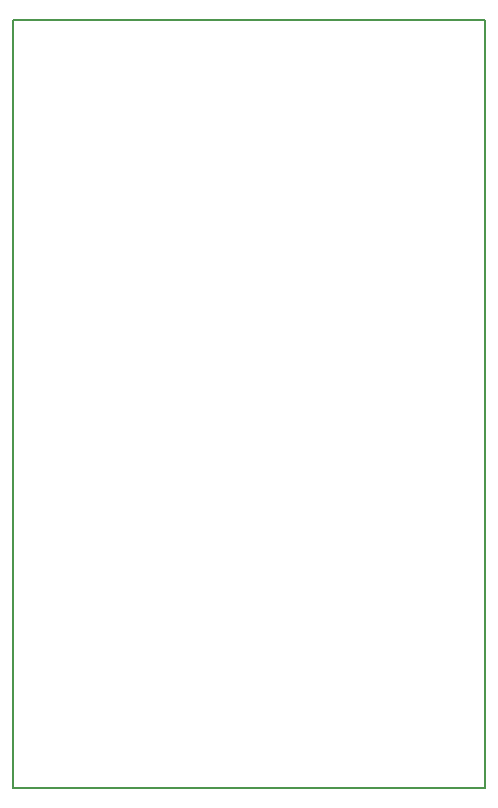
<source format=gm1>
G04 #@! TF.FileFunction,Profile,NP*
%FSLAX46Y46*%
G04 Gerber Fmt 4.6, Leading zero omitted, Abs format (unit mm)*
G04 Created by KiCad (PCBNEW 4.0.2+dfsg1-stable) date Tue 20 Nov 2018 02:17:26 PM EST*
%MOMM*%
G01*
G04 APERTURE LIST*
%ADD10C,0.100000*%
%ADD11C,0.150000*%
G04 APERTURE END LIST*
D10*
D11*
X175000000Y-95000000D02*
X135000000Y-95000000D01*
X175000000Y-160000000D02*
X175000000Y-95000000D01*
X135000000Y-160000000D02*
X175000000Y-160000000D01*
X135000000Y-160000000D02*
X135000000Y-145000000D01*
X135000000Y-145000000D02*
X135000000Y-95000000D01*
M02*

</source>
